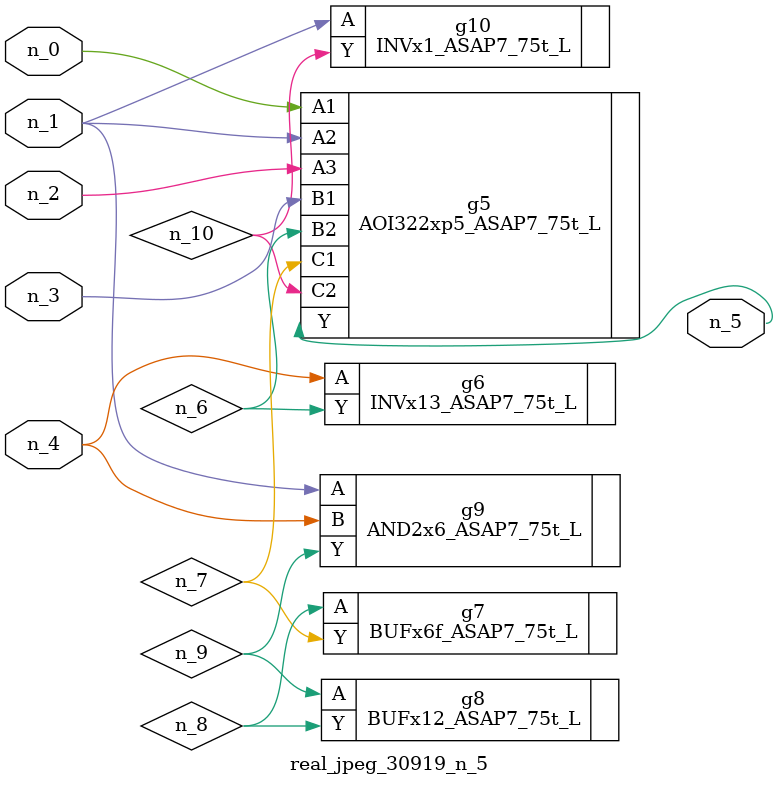
<source format=v>
module real_jpeg_30919_n_5 (n_4, n_0, n_1, n_2, n_3, n_5);

input n_4;
input n_0;
input n_1;
input n_2;
input n_3;

output n_5;

wire n_8;
wire n_6;
wire n_7;
wire n_10;
wire n_9;

AOI322xp5_ASAP7_75t_L g5 ( 
.A1(n_0),
.A2(n_1),
.A3(n_2),
.B1(n_3),
.B2(n_6),
.C1(n_7),
.C2(n_10),
.Y(n_5)
);

AND2x6_ASAP7_75t_L g9 ( 
.A(n_1),
.B(n_4),
.Y(n_9)
);

INVx1_ASAP7_75t_L g10 ( 
.A(n_1),
.Y(n_10)
);

INVx13_ASAP7_75t_L g6 ( 
.A(n_4),
.Y(n_6)
);

BUFx6f_ASAP7_75t_L g7 ( 
.A(n_8),
.Y(n_7)
);

BUFx12_ASAP7_75t_L g8 ( 
.A(n_9),
.Y(n_8)
);


endmodule
</source>
